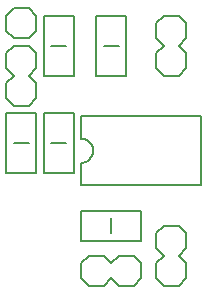
<source format=gto>
G75*
%MOIN*%
%OFA0B0*%
%FSLAX24Y24*%
%IPPOS*%
%LPD*%
%AMOC8*
5,1,8,0,0,1.08239X$1,22.5*
%
%ADD10C,0.0060*%
%ADD11C,0.0080*%
D10*
X003850Y004700D02*
X003850Y005450D01*
X003889Y005452D01*
X003928Y005458D01*
X003966Y005467D01*
X004003Y005480D01*
X004039Y005497D01*
X004072Y005517D01*
X004104Y005541D01*
X004133Y005567D01*
X004159Y005596D01*
X004183Y005628D01*
X004203Y005661D01*
X004220Y005697D01*
X004233Y005734D01*
X004242Y005772D01*
X004248Y005811D01*
X004250Y005850D01*
X004248Y005889D01*
X004242Y005928D01*
X004233Y005966D01*
X004220Y006003D01*
X004203Y006039D01*
X004183Y006072D01*
X004159Y006104D01*
X004133Y006133D01*
X004104Y006159D01*
X004072Y006183D01*
X004039Y006203D01*
X004003Y006220D01*
X003966Y006233D01*
X003928Y006242D01*
X003889Y006248D01*
X003850Y006250D01*
X003850Y007000D01*
X007850Y007000D01*
X007850Y004700D01*
X003850Y004700D01*
D11*
X003850Y001600D02*
X004100Y001350D01*
X004600Y001350D01*
X004850Y001600D01*
X005100Y001350D01*
X005600Y001350D01*
X005850Y001600D01*
X005850Y002100D01*
X005600Y002350D01*
X005100Y002350D01*
X004850Y002100D01*
X004600Y002350D01*
X004100Y002350D01*
X003850Y002100D01*
X003850Y001600D01*
X003850Y002850D02*
X003850Y003850D01*
X005850Y003850D01*
X005850Y002850D01*
X003850Y002850D01*
X004850Y003100D02*
X004850Y003600D01*
X003600Y005100D02*
X002600Y005100D01*
X002600Y007100D01*
X003600Y007100D01*
X003600Y005100D01*
X003350Y006100D02*
X002850Y006100D01*
X002350Y007100D02*
X001350Y007100D01*
X001350Y005100D01*
X002350Y005100D01*
X002350Y007100D01*
X002100Y007350D02*
X002350Y007600D01*
X002350Y008100D01*
X002100Y008350D01*
X002350Y008600D01*
X002350Y009100D01*
X002100Y009350D01*
X001600Y009350D01*
X001350Y009100D01*
X001350Y008600D01*
X001600Y008350D01*
X001350Y008100D01*
X001350Y007600D01*
X001600Y007350D01*
X002100Y007350D01*
X002600Y008350D02*
X003600Y008350D01*
X003600Y010350D01*
X002600Y010350D01*
X002600Y008350D01*
X002850Y009350D02*
X003350Y009350D01*
X002350Y009850D02*
X002350Y010350D01*
X002100Y010600D01*
X001600Y010600D01*
X001350Y010350D01*
X001350Y009850D01*
X001600Y009600D01*
X002100Y009600D01*
X002350Y009850D01*
X004350Y010350D02*
X004350Y008350D01*
X005350Y008350D01*
X005350Y010350D01*
X004350Y010350D01*
X004600Y009350D02*
X005100Y009350D01*
X006350Y009100D02*
X006350Y008600D01*
X006600Y008350D01*
X007100Y008350D01*
X007350Y008600D01*
X007350Y009100D01*
X007100Y009350D01*
X007350Y009600D01*
X007350Y010100D01*
X007100Y010350D01*
X006600Y010350D01*
X006350Y010100D01*
X006350Y009600D01*
X006600Y009350D01*
X006350Y009100D01*
X002100Y006100D02*
X001600Y006100D01*
X006350Y003100D02*
X006350Y002600D01*
X006600Y002350D01*
X006350Y002100D01*
X006350Y001600D01*
X006600Y001350D01*
X007100Y001350D01*
X007350Y001600D01*
X007350Y002100D01*
X007100Y002350D01*
X007350Y002600D01*
X007350Y003100D01*
X007100Y003350D01*
X006600Y003350D01*
X006350Y003100D01*
M02*

</source>
